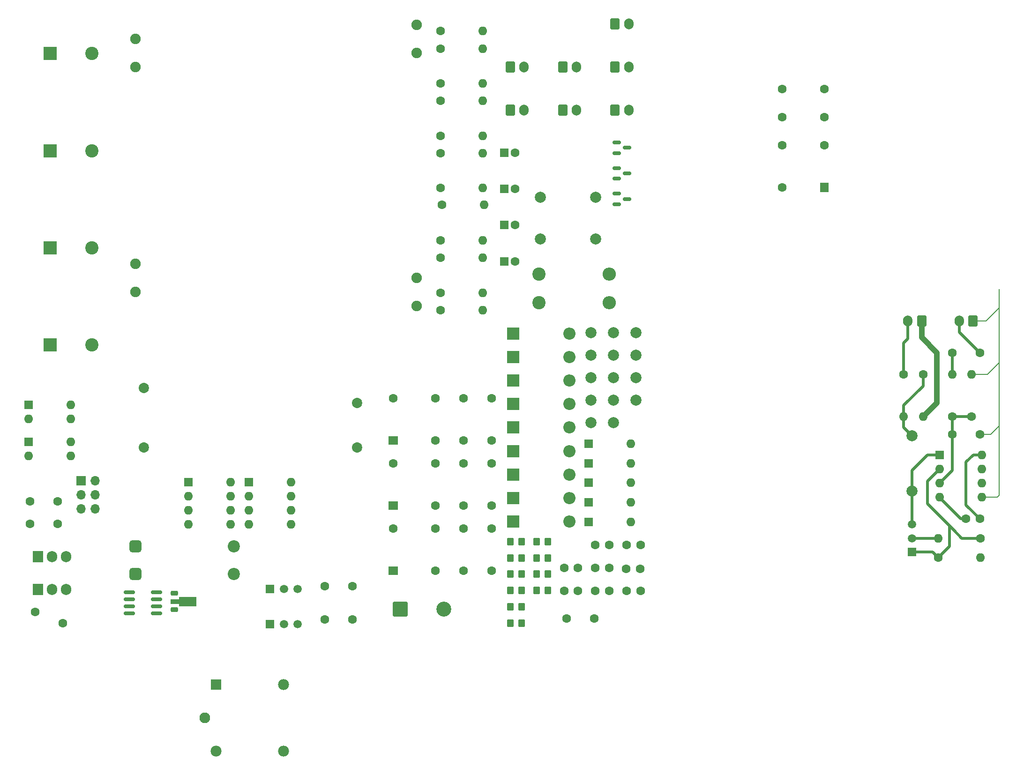
<source format=gtl>
%TF.GenerationSoftware,KiCad,Pcbnew,8.0.5*%
%TF.CreationDate,2024-09-22T13:44:18+02:00*%
%TF.ProjectId,gain_box,6761696e-5f62-46f7-982e-6b696361645f,rev?*%
%TF.SameCoordinates,Original*%
%TF.FileFunction,Copper,L1,Top*%
%TF.FilePolarity,Positive*%
%FSLAX46Y46*%
G04 Gerber Fmt 4.6, Leading zero omitted, Abs format (unit mm)*
G04 Created by KiCad (PCBNEW 8.0.5) date 2024-09-22 13:44:18*
%MOMM*%
%LPD*%
G01*
G04 APERTURE LIST*
G04 Aperture macros list*
%AMRoundRect*
0 Rectangle with rounded corners*
0 $1 Rounding radius*
0 $2 $3 $4 $5 $6 $7 $8 $9 X,Y pos of 4 corners*
0 Add a 4 corners polygon primitive as box body*
4,1,4,$2,$3,$4,$5,$6,$7,$8,$9,$2,$3,0*
0 Add four circle primitives for the rounded corners*
1,1,$1+$1,$2,$3*
1,1,$1+$1,$4,$5*
1,1,$1+$1,$6,$7*
1,1,$1+$1,$8,$9*
0 Add four rect primitives between the rounded corners*
20,1,$1+$1,$2,$3,$4,$5,0*
20,1,$1+$1,$4,$5,$6,$7,0*
20,1,$1+$1,$6,$7,$8,$9,0*
20,1,$1+$1,$8,$9,$2,$3,0*%
%AMFreePoly0*
4,1,9,3.862500,-0.866500,0.737500,-0.866500,0.737500,-0.450000,-0.737500,-0.450000,-0.737500,0.450000,0.737500,0.450000,0.737500,0.866500,3.862500,0.866500,3.862500,-0.866500,3.862500,-0.866500,$1*%
G04 Aperture macros list end*
%TA.AperFunction,ComponentPad*%
%ADD10R,1.600000X1.600000*%
%TD*%
%TA.AperFunction,ComponentPad*%
%ADD11O,1.600000X1.600000*%
%TD*%
%TA.AperFunction,ComponentPad*%
%ADD12C,1.600000*%
%TD*%
%TA.AperFunction,ComponentPad*%
%ADD13C,2.400000*%
%TD*%
%TA.AperFunction,ComponentPad*%
%ADD14O,2.400000X2.400000*%
%TD*%
%TA.AperFunction,SMDPad,CuDef*%
%ADD15RoundRect,0.250000X-0.350000X-0.450000X0.350000X-0.450000X0.350000X0.450000X-0.350000X0.450000X0*%
%TD*%
%TA.AperFunction,ComponentPad*%
%ADD16RoundRect,0.250000X-0.600000X-0.750000X0.600000X-0.750000X0.600000X0.750000X-0.600000X0.750000X0*%
%TD*%
%TA.AperFunction,ComponentPad*%
%ADD17O,1.700000X2.000000*%
%TD*%
%TA.AperFunction,ComponentPad*%
%ADD18R,2.200000X2.200000*%
%TD*%
%TA.AperFunction,ComponentPad*%
%ADD19O,2.200000X2.200000*%
%TD*%
%TA.AperFunction,ComponentPad*%
%ADD20RoundRect,0.250001X-1.099999X-1.099999X1.099999X-1.099999X1.099999X1.099999X-1.099999X1.099999X0*%
%TD*%
%TA.AperFunction,ComponentPad*%
%ADD21C,2.700000*%
%TD*%
%TA.AperFunction,ComponentPad*%
%ADD22R,1.508000X1.508000*%
%TD*%
%TA.AperFunction,ComponentPad*%
%ADD23C,1.508000*%
%TD*%
%TA.AperFunction,ComponentPad*%
%ADD24RoundRect,0.550000X-0.550000X-0.550000X0.550000X-0.550000X0.550000X0.550000X-0.550000X0.550000X0*%
%TD*%
%TA.AperFunction,ComponentPad*%
%ADD25C,2.200000*%
%TD*%
%TA.AperFunction,SMDPad,CuDef*%
%ADD26C,2.000000*%
%TD*%
%TA.AperFunction,ComponentPad*%
%ADD27R,1.600000X1.800000*%
%TD*%
%TA.AperFunction,ComponentPad*%
%ADD28C,2.000000*%
%TD*%
%TA.AperFunction,ComponentPad*%
%ADD29R,2.400000X2.400000*%
%TD*%
%TA.AperFunction,SMDPad,CuDef*%
%ADD30RoundRect,0.150000X-0.587500X-0.150000X0.587500X-0.150000X0.587500X0.150000X-0.587500X0.150000X0*%
%TD*%
%TA.AperFunction,ComponentPad*%
%ADD31R,1.980000X1.980000*%
%TD*%
%TA.AperFunction,ComponentPad*%
%ADD32C,1.980000*%
%TD*%
%TA.AperFunction,ComponentPad*%
%ADD33C,1.935000*%
%TD*%
%TA.AperFunction,ComponentPad*%
%ADD34R,1.905000X2.000000*%
%TD*%
%TA.AperFunction,ComponentPad*%
%ADD35O,1.905000X2.000000*%
%TD*%
%TA.AperFunction,ComponentPad*%
%ADD36C,1.905000*%
%TD*%
%TA.AperFunction,ComponentPad*%
%ADD37RoundRect,0.250000X0.600000X0.750000X-0.600000X0.750000X-0.600000X-0.750000X0.600000X-0.750000X0*%
%TD*%
%TA.AperFunction,SMDPad,CuDef*%
%ADD38RoundRect,0.225000X-0.425000X-0.225000X0.425000X-0.225000X0.425000X0.225000X-0.425000X0.225000X0*%
%TD*%
%TA.AperFunction,SMDPad,CuDef*%
%ADD39FreePoly0,0.000000*%
%TD*%
%TA.AperFunction,ComponentPad*%
%ADD40R,1.700000X1.700000*%
%TD*%
%TA.AperFunction,ComponentPad*%
%ADD41O,1.700000X1.700000*%
%TD*%
%TA.AperFunction,SMDPad,CuDef*%
%ADD42RoundRect,0.150000X-0.825000X-0.150000X0.825000X-0.150000X0.825000X0.150000X-0.825000X0.150000X0*%
%TD*%
%TA.AperFunction,ComponentPad*%
%ADD43C,1.860000*%
%TD*%
%TA.AperFunction,ComponentPad*%
%ADD44R,1.800000X1.600000*%
%TD*%
%TA.AperFunction,Conductor*%
%ADD45C,0.500000*%
%TD*%
%TA.AperFunction,Conductor*%
%ADD46C,0.200000*%
%TD*%
%TA.AperFunction,Conductor*%
%ADD47C,1.000000*%
%TD*%
G04 APERTURE END LIST*
D10*
%TO.P,U2,1*%
%TO.N,Net-(C8-Pad1)*%
X80450000Y-123980000D03*
D11*
%TO.P,U2,2,-*%
%TO.N,Net-(U2A--)*%
X80450000Y-126520000D03*
%TO.P,U2,3,+*%
%TO.N,Net-(U2A-+)*%
X80450000Y-129060000D03*
%TO.P,U2,4,V-*%
%TO.N,AV-*%
X80450000Y-131600000D03*
%TO.P,U2,5,+*%
%TO.N,AGND*%
X88070000Y-131600000D03*
%TO.P,U2,6,-*%
%TO.N,Net-(U2B--)*%
X88070000Y-129060000D03*
%TO.P,U2,7*%
X88070000Y-126520000D03*
%TO.P,U2,8,V+*%
%TO.N,AV+*%
X88070000Y-123980000D03*
%TD*%
D10*
%TO.P,D1,1,K*%
%TO.N,+12V*%
X152700000Y-116980000D03*
D11*
%TO.P,D1,2,A*%
%TO.N,UNMUTE_G*%
X160320000Y-116980000D03*
%TD*%
D12*
%TO.P,C1,1*%
%TO.N,IN_FL*%
X223400000Y-100580000D03*
%TO.P,C1,2*%
%TO.N,Net-(C1-Pad2)*%
X218400000Y-100580000D03*
%TD*%
D13*
%TO.P,R17,1*%
%TO.N,Net-(D10-A)*%
X143700000Y-91510000D03*
D14*
%TO.P,R17,2*%
%TO.N,Net-(D12-A)*%
X156400000Y-91510000D03*
%TD*%
D15*
%TO.P,R26,1*%
%TO.N,GND*%
X138590000Y-149430000D03*
%TO.P,R26,2*%
%TO.N,TGO2*%
X140590000Y-149430000D03*
%TD*%
D12*
%TO.P,R8,1*%
%TO.N,Net-(U2A-+)*%
X126000000Y-61360000D03*
D11*
%TO.P,R8,2*%
%TO.N,AGND*%
X133620000Y-61360000D03*
%TD*%
D15*
%TO.P,R21,1*%
%TO.N,EXTTRIG*%
X138590000Y-143530000D03*
%TO.P,R21,2*%
%TO.N,+5V*%
X140590000Y-143530000D03*
%TD*%
D12*
%TO.P,R3,1*%
%TO.N,Net-(U3A-+)*%
X126000000Y-45610000D03*
D11*
%TO.P,R3,2*%
%TO.N,Net-(C3-Pad2)*%
X133620000Y-45610000D03*
%TD*%
D16*
%TO.P,J7,1,Pin_1*%
%TO.N,AGND*%
X157470000Y-41110000D03*
D17*
%TO.P,J7,2,Pin_2*%
%TO.N,Net-(J7-Pin_2)*%
X159970000Y-41110000D03*
%TD*%
D18*
%TO.P,D6,1,K*%
%TO.N,+12V*%
X139090000Y-97080000D03*
D19*
%TO.P,D6,2,A*%
%TO.N,+5V*%
X149250000Y-97080000D03*
%TD*%
D15*
%TO.P,R29,1*%
%TO.N,UNMUTE*%
X143340000Y-140580000D03*
%TO.P,R29,2*%
%TO.N,GND*%
X145340000Y-140580000D03*
%TD*%
D20*
%TO.P,J11,1,Pin_1*%
%TO.N,AC_N*%
X118645000Y-146860000D03*
D21*
%TO.P,J11,2,Pin_2*%
%TO.N,Net-(J11-Pin_2)*%
X126565000Y-146860000D03*
%TD*%
D22*
%TO.P,RV1,1,1*%
%TO.N,Net-(U1A--)*%
X211150000Y-136580000D03*
D23*
%TO.P,RV1,2,2*%
%TO.N,Net-(C7-Pad1)*%
X211150000Y-134080000D03*
%TO.P,RV1,3,3*%
X211150000Y-131580000D03*
%TD*%
D12*
%TO.P,R15,1*%
%TO.N,Net-(C9-Pad2)*%
X126000000Y-83410000D03*
D11*
%TO.P,R15,2*%
%TO.N,AGND*%
X133620000Y-83410000D03*
%TD*%
D24*
%TO.P,F1,1*%
%TO.N,Net-(J11-Pin_2)*%
X70820000Y-135530000D03*
X70820000Y-140530000D03*
D25*
%TO.P,F1,2*%
%TO.N,AC_L*%
X88620000Y-135530000D03*
X88620000Y-140530000D03*
%TD*%
D12*
%TO.P,C6,1*%
%TO.N,AGND*%
X51830000Y-131460000D03*
%TO.P,C6,2*%
%TO.N,Net-(U3A-+)*%
X56830000Y-131460000D03*
%TD*%
%TO.P,R7,1*%
%TO.N,Net-(U1A-+)*%
X221900000Y-112140000D03*
D11*
%TO.P,R7,2*%
%TO.N,AGND*%
X221900000Y-104520000D03*
%TD*%
D26*
%TO.P,TP2,1,1*%
%TO.N,AGND*%
X153150000Y-101030000D03*
%TD*%
%TO.P,TP13,1,1*%
%TO.N,UNMUTE_G*%
X161250000Y-105080000D03*
%TD*%
D12*
%TO.P,K1,11*%
%TO.N,AGND*%
X195320000Y-63090000D03*
%TO.P,K1,12*%
%TO.N,OUT_FL*%
X195320000Y-58010000D03*
%TO.P,K1,14*%
%TO.N,unconnected-(K1-Pad14)*%
X195320000Y-52930000D03*
%TO.P,K1,21*%
%TO.N,AGND*%
X187700000Y-63090000D03*
%TO.P,K1,22*%
%TO.N,OUT_FL*%
X187700000Y-58010000D03*
%TO.P,K1,24*%
%TO.N,unconnected-(K1-Pad24)*%
X187700000Y-52930000D03*
D27*
%TO.P,K1,A1*%
%TO.N,+12V*%
X195320000Y-70710000D03*
D12*
%TO.P,K1,A2*%
%TO.N,UNMUTE_G*%
X187700000Y-70710000D03*
%TD*%
%TO.P,R13,1*%
%TO.N,Net-(C7-Pad2)*%
X213150000Y-104520000D03*
D11*
%TO.P,R13,2*%
%TO.N,AGND*%
X213150000Y-112140000D03*
%TD*%
D18*
%TO.P,D14,1,K*%
%TO.N,AGND*%
X139090000Y-131080000D03*
D19*
%TO.P,D14,2,A*%
%TO.N,AV-*%
X149250000Y-131080000D03*
%TD*%
D12*
%TO.P,R6,1*%
%TO.N,OUT_FR*%
X126000000Y-55060000D03*
D11*
%TO.P,R6,2*%
%TO.N,Net-(C9-Pad2)*%
X133620000Y-55060000D03*
%TD*%
D26*
%TO.P,TP8,1,1*%
%TO.N,AC_PULSE*%
X157200000Y-105080000D03*
%TD*%
%TO.P,TP6,1,1*%
%TO.N,GND*%
X157200000Y-96980000D03*
%TD*%
D12*
%TO.P,C18,1*%
%TO.N,AGND*%
X159590000Y-143580000D03*
%TO.P,C18,2*%
%TO.N,AV-*%
X162090000Y-143580000D03*
%TD*%
D16*
%TO.P,J5,1,Pin_1*%
%TO.N,AGND*%
X148020000Y-48910000D03*
D17*
%TO.P,J5,2,Pin_2*%
%TO.N,OUT_CEN*%
X150520000Y-48910000D03*
%TD*%
D26*
%TO.P,TP9,1,1*%
%TO.N,AC_EN*%
X157200000Y-109130000D03*
%TD*%
D10*
%TO.P,C25,1*%
%TO.N,AGND*%
X137459775Y-70960000D03*
D12*
%TO.P,C25,2*%
%TO.N,AV-*%
X139459775Y-70960000D03*
%TD*%
D26*
%TO.P,TP1,1,1*%
%TO.N,AV+*%
X153150000Y-96980000D03*
%TD*%
D28*
%TO.P,C9,1*%
%TO.N,Net-(C9-Pad1)*%
X144000000Y-80010000D03*
%TO.P,C9,2*%
%TO.N,Net-(C9-Pad2)*%
X154000000Y-80010000D03*
%TD*%
D12*
%TO.P,C12,1*%
%TO.N,AV-*%
X148290000Y-143580000D03*
%TO.P,C12,2*%
%TO.N,AV+*%
X150790000Y-143580000D03*
%TD*%
%TO.P,R14,1*%
%TO.N,Net-(C8-Pad2)*%
X126000000Y-80260000D03*
D11*
%TO.P,R14,2*%
%TO.N,AGND*%
X133620000Y-80260000D03*
%TD*%
D10*
%TO.P,U1,1*%
%TO.N,Net-(C7-Pad1)*%
X216100000Y-119030000D03*
D11*
%TO.P,U1,2,-*%
%TO.N,Net-(U1A--)*%
X216100000Y-121570000D03*
%TO.P,U1,3,+*%
%TO.N,Net-(U1A-+)*%
X216100000Y-124110000D03*
%TO.P,U1,4,V-*%
%TO.N,AV-*%
X216100000Y-126650000D03*
%TO.P,U1,5,+*%
%TO.N,AGND*%
X223720000Y-126650000D03*
%TO.P,U1,6,-*%
%TO.N,Net-(U1B--)*%
X223720000Y-124110000D03*
%TO.P,U1,7*%
X223720000Y-121570000D03*
%TO.P,U1,8,V+*%
%TO.N,AV+*%
X223720000Y-119030000D03*
%TD*%
D12*
%TO.P,R1,1*%
%TO.N,Net-(U1A-+)*%
X218400000Y-112140000D03*
D11*
%TO.P,R1,2*%
%TO.N,Net-(C1-Pad2)*%
X218400000Y-104520000D03*
%TD*%
D29*
%TO.P,C21,1*%
%TO.N,AGND*%
X55454491Y-64060000D03*
D13*
%TO.P,C21,2*%
%TO.N,Net-(D10-A)*%
X62954491Y-64060000D03*
%TD*%
D26*
%TO.P,TP4,1,1*%
%TO.N,+12V*%
X153150000Y-109130000D03*
%TD*%
D10*
%TO.P,D2,1,K*%
%TO.N,+12V*%
X152700000Y-120530000D03*
D11*
%TO.P,D2,2,A*%
%TO.N,UNMUTE_G*%
X160320000Y-120530000D03*
%TD*%
D12*
%TO.P,C17,1*%
%TO.N,AV+*%
X159530000Y-139580000D03*
%TO.P,C17,2*%
%TO.N,AGND*%
X162030000Y-139580000D03*
%TD*%
D10*
%TO.P,C26,1*%
%TO.N,+12V*%
X137459775Y-77510000D03*
D12*
%TO.P,C26,2*%
%TO.N,GND*%
X139459775Y-77510000D03*
%TD*%
D10*
%TO.P,U10,1*%
%TO.N,Net-(R19-Pad2)*%
X51580000Y-116710000D03*
D11*
%TO.P,U10,2*%
%TO.N,AGND*%
X51580000Y-119250000D03*
%TO.P,U10,3*%
%TO.N,GND*%
X59200000Y-119250000D03*
%TO.P,U10,4*%
%TO.N,EXTTRIG*%
X59200000Y-116710000D03*
%TD*%
D12*
%TO.P,R12,1*%
%TO.N,Net-(U3A--)*%
X126210000Y-73800000D03*
D11*
%TO.P,R12,2*%
%TO.N,AGND*%
X133830000Y-73800000D03*
%TD*%
D12*
%TO.P,C16,1*%
%TO.N,AGND*%
X159590000Y-135280000D03*
%TO.P,C16,2*%
%TO.N,Net-(D12-A)*%
X162090000Y-135280000D03*
%TD*%
D26*
%TO.P,TP3,1,1*%
%TO.N,AV-*%
X153150000Y-105080000D03*
%TD*%
D16*
%TO.P,J8,1,Pin_1*%
%TO.N,GND*%
X157470000Y-48910000D03*
D17*
%TO.P,J8,2,Pin_2*%
%TO.N,TGO1*%
X159970000Y-48910000D03*
%TD*%
D26*
%TO.P,TP10,1,1*%
%TO.N,UNMUTE*%
X157200000Y-113180000D03*
%TD*%
D12*
%TO.P,R5,1*%
%TO.N,OUT_CEN*%
X126000000Y-51910000D03*
D11*
%TO.P,R5,2*%
%TO.N,Net-(C8-Pad2)*%
X133620000Y-51910000D03*
%TD*%
D12*
%TO.P,C11,1*%
%TO.N,AV-*%
X148290000Y-139430000D03*
%TO.P,C11,2*%
%TO.N,AV+*%
X150790000Y-139430000D03*
%TD*%
D30*
%TO.P,Q3,1,G*%
%TO.N,TRIG*%
X157782500Y-71835000D03*
%TO.P,Q3,2,S*%
%TO.N,GND*%
X157782500Y-73735000D03*
%TO.P,Q3,3,D*%
%TO.N,TRIG_G*%
X159657500Y-72785000D03*
%TD*%
D18*
%TO.P,D11,1,K*%
%TO.N,Net-(D11-K)*%
X139090000Y-118330000D03*
D19*
%TO.P,D11,2,A*%
%TO.N,AV+*%
X149250000Y-118330000D03*
%TD*%
D31*
%TO.P,K4,A1*%
%TO.N,AC_EN_G*%
X85390000Y-160545000D03*
D32*
%TO.P,K4,A2*%
%TO.N,+12V*%
X85390000Y-172545000D03*
D33*
%TO.P,K4,COM*%
%TO.N,AC_L*%
X83390000Y-166545000D03*
D32*
%TO.P,K4,NC*%
%TO.N,unconnected-(K4-PadNC)*%
X97590000Y-160545000D03*
%TO.P,K4,NO*%
%TO.N,AC_L_SW*%
X97590000Y-172545000D03*
%TD*%
D12*
%TO.P,R4,1*%
%TO.N,OUT_FL*%
X209650000Y-104520000D03*
D11*
%TO.P,R4,2*%
%TO.N,Net-(C7-Pad2)*%
X209650000Y-112140000D03*
%TD*%
D34*
%TO.P,U4,1,VI*%
%TO.N,Net-(D11-K)*%
X53190000Y-137410000D03*
D35*
%TO.P,U4,2,GND*%
%TO.N,AGND*%
X55730000Y-137410000D03*
%TO.P,U4,3,VO*%
%TO.N,AV+*%
X58270000Y-137410000D03*
%TD*%
D15*
%TO.P,R18,1*%
%TO.N,AC_SENSE*%
X138590000Y-134680000D03*
%TO.P,R18,2*%
%TO.N,Net-(R18-Pad2)*%
X140590000Y-134680000D03*
%TD*%
D12*
%TO.P,R24,1*%
%TO.N,Net-(U3A--)*%
X126000000Y-92860000D03*
D11*
%TO.P,R24,2*%
%TO.N,Net-(C9-Pad1)*%
X133620000Y-92860000D03*
%TD*%
D15*
%TO.P,R27,1*%
%TO.N,+5V*%
X143340000Y-134680000D03*
%TO.P,R27,2*%
%TO.N,UPDI*%
X145340000Y-134680000D03*
%TD*%
D36*
%TO.P,T1,3*%
%TO.N,AC_N*%
X70850000Y-43825000D03*
%TO.P,T1,4*%
%TO.N,Net-(T1-Pad4)*%
X70850000Y-48905000D03*
%TO.P,T1,5*%
X70850000Y-84465000D03*
%TO.P,T1,6*%
%TO.N,AC_L_SW*%
X70850000Y-89545000D03*
%TO.P,T1,11*%
%TO.N,AC_SENSE*%
X121650000Y-92085000D03*
%TO.P,T1,12*%
%TO.N,AGND*%
X121650000Y-87005000D03*
%TO.P,T1,13*%
X121650000Y-46365000D03*
%TO.P,T1,14*%
%TO.N,Net-(D10-K)*%
X121650000Y-41285000D03*
%TD*%
D16*
%TO.P,J2,1,Pin_1*%
%TO.N,AGND*%
X138570000Y-48910000D03*
D17*
%TO.P,J2,2,Pin_2*%
%TO.N,IN_CEN*%
X141070000Y-48910000D03*
%TD*%
D22*
%TO.P,RV2,1,1*%
%TO.N,Net-(U2A--)*%
X95165000Y-143230000D03*
D23*
%TO.P,RV2,2,2*%
%TO.N,Net-(C8-Pad1)*%
X97665000Y-143230000D03*
%TO.P,RV2,3,3*%
X100165000Y-143230000D03*
%TD*%
D10*
%TO.P,D5,1,K*%
%TO.N,+12V*%
X152700000Y-131180000D03*
D11*
%TO.P,D5,2,A*%
%TO.N,TRIG_G*%
X160320000Y-131180000D03*
%TD*%
D28*
%TO.P,C7,1*%
%TO.N,Net-(C7-Pad1)*%
X211150000Y-125580000D03*
%TO.P,C7,2*%
%TO.N,Net-(C7-Pad2)*%
X211150000Y-115580000D03*
%TD*%
D15*
%TO.P,R20,1*%
%TO.N,AC_PULSE*%
X138590000Y-140580000D03*
%TO.P,R20,2*%
%TO.N,+5V*%
X140590000Y-140580000D03*
%TD*%
D37*
%TO.P,J4,1,Pin_1*%
%TO.N,AGND*%
X212900000Y-94830000D03*
D17*
%TO.P,J4,2,Pin_2*%
%TO.N,OUT_FL*%
X210400000Y-94830000D03*
%TD*%
D10*
%TO.P,D4,1,K*%
%TO.N,+12V*%
X152700000Y-127630000D03*
D11*
%TO.P,D4,2,A*%
%TO.N,AC_EN_G*%
X160320000Y-127630000D03*
%TD*%
D16*
%TO.P,J9,1,Pin_1*%
%TO.N,GND*%
X157470000Y-56710000D03*
D17*
%TO.P,J9,2,Pin_2*%
%TO.N,TGO2*%
X159970000Y-56710000D03*
%TD*%
D28*
%TO.P,C8,1*%
%TO.N,Net-(C8-Pad1)*%
X144000000Y-72460000D03*
%TO.P,C8,2*%
%TO.N,Net-(C8-Pad2)*%
X154000000Y-72460000D03*
%TD*%
D26*
%TO.P,TP11,1,1*%
%TO.N,TRIG*%
X161250000Y-96980000D03*
%TD*%
D38*
%TO.P,U6,1,OUT*%
%TO.N,+5V*%
X77850000Y-144005000D03*
D39*
%TO.P,U6,2,GND*%
%TO.N,GND*%
X77937500Y-145505000D03*
D38*
%TO.P,U6,3,IN*%
%TO.N,+12V*%
X77850000Y-147005000D03*
%TD*%
D29*
%TO.P,C20,1*%
%TO.N,Net-(D7-K)*%
X55454491Y-46510000D03*
D13*
%TO.P,C20,2*%
%TO.N,AGND*%
X62954491Y-46510000D03*
%TD*%
D10*
%TO.P,D3,1,K*%
%TO.N,+12V*%
X152700000Y-124080000D03*
D11*
%TO.P,D3,2,A*%
%TO.N,UNMUTE_G*%
X160320000Y-124080000D03*
%TD*%
D12*
%TO.P,R9,1*%
%TO.N,Net-(U3A-+)*%
X126000000Y-64510000D03*
D11*
%TO.P,R9,2*%
%TO.N,AGND*%
X133620000Y-64510000D03*
%TD*%
D15*
%TO.P,R30,1*%
%TO.N,TRIG*%
X143340000Y-143530000D03*
%TO.P,R30,2*%
%TO.N,GND*%
X145340000Y-143530000D03*
%TD*%
D18*
%TO.P,D13,1,K*%
%TO.N,AV+*%
X139090000Y-126830000D03*
D19*
%TO.P,D13,2,A*%
%TO.N,AGND*%
X149250000Y-126830000D03*
%TD*%
D18*
%TO.P,D9,1,K*%
%TO.N,Net-(D7-K)*%
X139090000Y-109830000D03*
D19*
%TO.P,D9,2,A*%
%TO.N,Net-(D10-K)*%
X149250000Y-109830000D03*
%TD*%
D12*
%TO.P,C3,1*%
%TO.N,IN_FR*%
X105080000Y-148780000D03*
%TO.P,C3,2*%
%TO.N,Net-(C3-Pad2)*%
X110080000Y-148780000D03*
%TD*%
D29*
%TO.P,C22,1*%
%TO.N,Net-(D11-K)*%
X55454491Y-81610000D03*
D13*
%TO.P,C22,2*%
%TO.N,AGND*%
X62954491Y-81610000D03*
%TD*%
D10*
%TO.P,U9,1*%
%TO.N,Net-(R18-Pad2)*%
X51580000Y-110010000D03*
D11*
%TO.P,U9,2*%
%TO.N,AGND*%
X51580000Y-112550000D03*
%TO.P,U9,3*%
%TO.N,GND*%
X59200000Y-112550000D03*
%TO.P,U9,4*%
%TO.N,AC_PULSE*%
X59200000Y-110010000D03*
%TD*%
D26*
%TO.P,TP7,1,1*%
%TO.N,EXTTRIG*%
X157200000Y-101030000D03*
%TD*%
D13*
%TO.P,R16,1*%
%TO.N,Net-(D7-K)*%
X143700000Y-86360000D03*
D14*
%TO.P,R16,2*%
%TO.N,Net-(D11-K)*%
X156400000Y-86360000D03*
%TD*%
D18*
%TO.P,D7,1,K*%
%TO.N,Net-(D7-K)*%
X139090000Y-101330000D03*
D19*
%TO.P,D7,2,A*%
%TO.N,AC_SENSE*%
X149250000Y-101330000D03*
%TD*%
D18*
%TO.P,D8,1,K*%
%TO.N,AC_SENSE*%
X139090000Y-105580000D03*
D19*
%TO.P,D8,2,A*%
%TO.N,Net-(D10-A)*%
X149250000Y-105580000D03*
%TD*%
D12*
%TO.P,C10,1*%
%TO.N,AV-*%
X220900000Y-130580000D03*
%TO.P,C10,2*%
%TO.N,AV+*%
X223400000Y-130580000D03*
%TD*%
D40*
%TO.P,J10,1,DATA*%
%TO.N,UPDI*%
X61030000Y-123660000D03*
D41*
%TO.P,J10,2,VCC*%
%TO.N,+5V*%
X63570000Y-123660000D03*
%TO.P,J10,3,NC*%
%TO.N,unconnected-(J10-NC-Pad3)*%
X61030000Y-126200000D03*
%TO.P,J10,4,NC*%
%TO.N,unconnected-(J10-NC-Pad4)*%
X63570000Y-126200000D03*
%TO.P,J10,5,NC*%
%TO.N,unconnected-(J10-NC-Pad5)*%
X61030000Y-128740000D03*
%TO.P,J10,6,GND*%
%TO.N,GND*%
X63570000Y-128740000D03*
%TD*%
D42*
%TO.P,U7,1,VCC*%
%TO.N,+5V*%
X69725000Y-143855000D03*
%TO.P,U7,2,PA6*%
%TO.N,UNMUTE*%
X69725000Y-145125000D03*
%TO.P,U7,3,PA7*%
%TO.N,TRIG*%
X69725000Y-146395000D03*
%TO.P,U7,4,PA1*%
%TO.N,EXTTRIG*%
X69725000Y-147665000D03*
%TO.P,U7,5,PA2*%
%TO.N,AC_PULSE*%
X74675000Y-147665000D03*
%TO.P,U7,6,~{RESET}/PA0*%
%TO.N,UPDI*%
X74675000Y-146395000D03*
%TO.P,U7,7,PA3*%
%TO.N,AC_EN*%
X74675000Y-145125000D03*
%TO.P,U7,8,GND*%
%TO.N,GND*%
X74675000Y-143855000D03*
%TD*%
D15*
%TO.P,R25,1*%
%TO.N,GND*%
X138590000Y-146480000D03*
%TO.P,R25,2*%
%TO.N,TGO1*%
X140590000Y-146480000D03*
%TD*%
D12*
%TO.P,C19,1*%
%TO.N,+12V*%
X148740000Y-148630000D03*
%TO.P,C19,2*%
%TO.N,GND*%
X153740000Y-148630000D03*
%TD*%
D10*
%TO.P,U3,1*%
%TO.N,Net-(C9-Pad1)*%
X91300000Y-123980000D03*
D11*
%TO.P,U3,2,-*%
%TO.N,Net-(U3A--)*%
X91300000Y-126520000D03*
%TO.P,U3,3,+*%
%TO.N,Net-(U3A-+)*%
X91300000Y-129060000D03*
%TO.P,U3,4,V-*%
%TO.N,AV-*%
X91300000Y-131600000D03*
%TO.P,U3,5,+*%
%TO.N,AGND*%
X98920000Y-131600000D03*
%TO.P,U3,6,-*%
%TO.N,Net-(U3B--)*%
X98920000Y-129060000D03*
%TO.P,U3,7*%
X98920000Y-126520000D03*
%TO.P,U3,8,V+*%
%TO.N,AV+*%
X98920000Y-123980000D03*
%TD*%
D30*
%TO.P,Q2,1,G*%
%TO.N,UNMUTE*%
X157782500Y-67210000D03*
%TO.P,Q2,2,S*%
%TO.N,GND*%
X157782500Y-69110000D03*
%TO.P,Q2,3,D*%
%TO.N,UNMUTE_G*%
X159657500Y-68160000D03*
%TD*%
D12*
%TO.P,RV4,1*%
%TO.N,AC_L*%
X52730000Y-147380000D03*
%TO.P,RV4,2*%
%TO.N,AC_N*%
X57730000Y-149480000D03*
%TD*%
D18*
%TO.P,D12,1,K*%
%TO.N,AV-*%
X139090000Y-122580000D03*
D19*
%TO.P,D12,2,A*%
%TO.N,Net-(D12-A)*%
X149250000Y-122580000D03*
%TD*%
D16*
%TO.P,J3,1,Pin_1*%
%TO.N,AGND*%
X138570000Y-56710000D03*
D17*
%TO.P,J3,2,Pin_2*%
%TO.N,IN_FR*%
X141070000Y-56710000D03*
%TD*%
D22*
%TO.P,RV3,1,1*%
%TO.N,Net-(U3A--)*%
X95165000Y-149610000D03*
D23*
%TO.P,RV3,2,2*%
%TO.N,Net-(C9-Pad1)*%
X97665000Y-149610000D03*
%TO.P,RV3,3,3*%
X100165000Y-149610000D03*
%TD*%
D29*
%TO.P,C23,1*%
%TO.N,AGND*%
X55454491Y-99160000D03*
D13*
%TO.P,C23,2*%
%TO.N,Net-(D12-A)*%
X62954491Y-99160000D03*
%TD*%
D12*
%TO.P,C2,1*%
%TO.N,IN_CEN*%
X105080000Y-142730000D03*
%TO.P,C2,2*%
%TO.N,Net-(C2-Pad2)*%
X110080000Y-142730000D03*
%TD*%
D43*
%TO.P,PS1,+V,+V*%
%TO.N,+12V*%
X110850000Y-109680000D03*
%TO.P,PS1,-V,-V*%
%TO.N,GND*%
X110850000Y-117680000D03*
%TO.P,PS1,AC_L,AC/L*%
%TO.N,AC_L*%
X72350000Y-117680000D03*
%TO.P,PS1,AC_N,AC/N*%
%TO.N,AC_N*%
X72350000Y-106930000D03*
%TD*%
D12*
%TO.P,R11,1*%
%TO.N,Net-(U2A--)*%
X126000000Y-70810000D03*
D11*
%TO.P,R11,2*%
%TO.N,AGND*%
X133620000Y-70810000D03*
%TD*%
D37*
%TO.P,J1,1,Pin_1*%
%TO.N,AGND*%
X222150000Y-94830000D03*
D17*
%TO.P,J1,2,Pin_2*%
%TO.N,IN_FL*%
X219650000Y-94830000D03*
%TD*%
D18*
%TO.P,D10,1,K*%
%TO.N,Net-(D10-K)*%
X139090000Y-114080000D03*
D19*
%TO.P,D10,2,A*%
%TO.N,Net-(D10-A)*%
X149250000Y-114080000D03*
%TD*%
D26*
%TO.P,TP5,1,1*%
%TO.N,+5V*%
X153150000Y-113180000D03*
%TD*%
D12*
%TO.P,C5,1*%
%TO.N,AGND*%
X51830000Y-127410000D03*
%TO.P,C5,2*%
%TO.N,Net-(U2A-+)*%
X56830000Y-127410000D03*
%TD*%
%TO.P,C13,1*%
%TO.N,+5V*%
X153940000Y-135280000D03*
%TO.P,C13,2*%
%TO.N,GND*%
X156440000Y-135280000D03*
%TD*%
%TO.P,R10,1*%
%TO.N,Net-(U1A--)*%
X215840000Y-137580000D03*
D11*
%TO.P,R10,2*%
%TO.N,AGND*%
X223460000Y-137580000D03*
%TD*%
D16*
%TO.P,J6,1,Pin_1*%
%TO.N,AGND*%
X148020000Y-56710000D03*
D17*
%TO.P,J6,2,Pin_2*%
%TO.N,OUT_FR*%
X150520000Y-56710000D03*
%TD*%
D12*
%TO.P,K2,11*%
%TO.N,AGND*%
X125025000Y-116385000D03*
%TO.P,K2,12*%
%TO.N,OUT_CEN*%
X130105000Y-116385000D03*
%TO.P,K2,14*%
%TO.N,unconnected-(K2-Pad14)*%
X135185000Y-116385000D03*
%TO.P,K2,21*%
%TO.N,AGND*%
X125025000Y-108765000D03*
%TO.P,K2,22*%
%TO.N,OUT_CEN*%
X130105000Y-108765000D03*
%TO.P,K2,24*%
%TO.N,unconnected-(K2-Pad24)*%
X135185000Y-108765000D03*
D44*
%TO.P,K2,A1*%
%TO.N,+12V*%
X117405000Y-116385000D03*
D12*
%TO.P,K2,A2*%
%TO.N,UNMUTE_G*%
X117405000Y-108765000D03*
%TD*%
D15*
%TO.P,R19,1*%
%TO.N,Net-(J7-Pin_2)*%
X138590000Y-137630000D03*
%TO.P,R19,2*%
%TO.N,Net-(R19-Pad2)*%
X140590000Y-137630000D03*
%TD*%
D12*
%TO.P,K3,11*%
%TO.N,AGND*%
X125025000Y-128180000D03*
%TO.P,K3,12*%
%TO.N,OUT_FR*%
X130105000Y-128180000D03*
%TO.P,K3,14*%
%TO.N,unconnected-(K3-Pad14)*%
X135185000Y-128180000D03*
%TO.P,K3,21*%
%TO.N,AGND*%
X125025000Y-120560000D03*
%TO.P,K3,22*%
%TO.N,OUT_FR*%
X130105000Y-120560000D03*
%TO.P,K3,24*%
%TO.N,unconnected-(K3-Pad24)*%
X135185000Y-120560000D03*
D44*
%TO.P,K3,A1*%
%TO.N,+12V*%
X117405000Y-128180000D03*
D12*
%TO.P,K3,A2*%
%TO.N,UNMUTE_G*%
X117405000Y-120560000D03*
%TD*%
%TO.P,C15,1*%
%TO.N,Net-(D11-K)*%
X153940000Y-143580000D03*
%TO.P,C15,2*%
%TO.N,AGND*%
X156440000Y-143580000D03*
%TD*%
%TO.P,R22,1*%
%TO.N,Net-(U1A--)*%
X223460000Y-134080000D03*
D11*
%TO.P,R22,2*%
%TO.N,Net-(C7-Pad1)*%
X215840000Y-134080000D03*
%TD*%
D34*
%TO.P,U5,1,GND*%
%TO.N,AGND*%
X53190000Y-143370000D03*
D35*
%TO.P,U5,2,VI*%
%TO.N,Net-(D12-A)*%
X55730000Y-143370000D03*
%TO.P,U5,3,VO*%
%TO.N,AV-*%
X58270000Y-143370000D03*
%TD*%
D15*
%TO.P,R28,1*%
%TO.N,AC_EN*%
X143340000Y-137630000D03*
%TO.P,R28,2*%
%TO.N,GND*%
X145340000Y-137630000D03*
%TD*%
D10*
%TO.P,C27,1*%
%TO.N,+12V*%
X137459775Y-84060000D03*
D12*
%TO.P,C27,2*%
%TO.N,GND*%
X139459775Y-84060000D03*
%TD*%
D10*
%TO.P,C24,1*%
%TO.N,AV+*%
X137459775Y-64410000D03*
D12*
%TO.P,C24,2*%
%TO.N,AGND*%
X139459775Y-64410000D03*
%TD*%
%TO.P,R2,1*%
%TO.N,Net-(U2A-+)*%
X126000000Y-42460000D03*
D11*
%TO.P,R2,2*%
%TO.N,Net-(C2-Pad2)*%
X133620000Y-42460000D03*
%TD*%
D26*
%TO.P,TP12,1,1*%
%TO.N,AC_EN_G*%
X161250000Y-101030000D03*
%TD*%
D12*
%TO.P,R23,1*%
%TO.N,Net-(U2A--)*%
X126000000Y-89710000D03*
D11*
%TO.P,R23,2*%
%TO.N,Net-(C8-Pad1)*%
X133620000Y-89710000D03*
%TD*%
D12*
%TO.P,C14,1*%
%TO.N,+5V*%
X153940000Y-139430000D03*
%TO.P,C14,2*%
%TO.N,GND*%
X156440000Y-139430000D03*
%TD*%
%TO.P,C4,1*%
%TO.N,AGND*%
X223400000Y-115330000D03*
%TO.P,C4,2*%
%TO.N,Net-(U1A-+)*%
X218400000Y-115330000D03*
%TD*%
D30*
%TO.P,Q1,1,G*%
%TO.N,AC_EN*%
X157782500Y-62585000D03*
%TO.P,Q1,2,S*%
%TO.N,GND*%
X157782500Y-64485000D03*
%TO.P,Q1,3,D*%
%TO.N,AC_EN_G*%
X159657500Y-63535000D03*
%TD*%
D12*
%TO.P,K5,11*%
%TO.N,+12V*%
X125025000Y-139975000D03*
%TO.P,K5,12*%
%TO.N,unconnected-(K5-Pad12)*%
X130105000Y-139975000D03*
%TO.P,K5,14*%
%TO.N,TGO2*%
X135185000Y-139975000D03*
%TO.P,K5,21*%
%TO.N,+12V*%
X125025000Y-132355000D03*
%TO.P,K5,22*%
%TO.N,unconnected-(K5-Pad22)*%
X130105000Y-132355000D03*
%TO.P,K5,24*%
%TO.N,TGO1*%
X135185000Y-132355000D03*
D44*
%TO.P,K5,A1*%
%TO.N,TRIG_G*%
X117405000Y-139975000D03*
D12*
%TO.P,K5,A2*%
%TO.N,+12V*%
X117405000Y-132355000D03*
%TD*%
D26*
%TO.P,TP14,1,1*%
%TO.N,TRIG_G*%
X161250000Y-109130000D03*
%TD*%
D45*
%TO.N,Net-(C1-Pad2)*%
X218400000Y-100580000D02*
X218400000Y-104270000D01*
%TO.N,IN_FL*%
X219650000Y-96830000D02*
X223400000Y-100580000D01*
X219650000Y-94830000D02*
X219650000Y-96830000D01*
%TO.N,AV+*%
X220900000Y-120330000D02*
X220900000Y-128080000D01*
X223720000Y-119030000D02*
X222200000Y-119030000D01*
X222200000Y-119030000D02*
X220900000Y-120330000D01*
X220900000Y-128080000D02*
X223400000Y-130580000D01*
%TO.N,AV-*%
X219900000Y-130580000D02*
X216100000Y-126780000D01*
X216100000Y-126780000D02*
X216100000Y-126650000D01*
X220900000Y-130580000D02*
X219900000Y-130580000D01*
%TO.N,OUT_FL*%
X210400000Y-98080000D02*
X209650000Y-98830000D01*
X210400000Y-94830000D02*
X210400000Y-98080000D01*
X209650000Y-98830000D02*
X209650000Y-104520000D01*
D46*
%TO.N,Net-(C7-Pad2)*%
X209900000Y-112390000D02*
X209650000Y-112140000D01*
D45*
X211150000Y-115580000D02*
X209650000Y-114080000D01*
X209650000Y-110080000D02*
X209650000Y-112140000D01*
X209650000Y-114080000D02*
X209650000Y-112140000D01*
X213150000Y-104520000D02*
X213150000Y-106580000D01*
X213150000Y-106580000D02*
X209650000Y-110080000D01*
%TO.N,Net-(U1A-+)*%
X218400000Y-115330000D02*
X218400000Y-112140000D01*
D46*
X222400000Y-112080000D02*
X222340000Y-112140000D01*
D45*
X218400000Y-112140000D02*
X221900000Y-112140000D01*
D46*
X222650000Y-112080000D02*
X222400000Y-112080000D01*
D45*
X218400000Y-115330000D02*
X218400000Y-121810000D01*
X218400000Y-121810000D02*
X216100000Y-124110000D01*
%TO.N,Net-(U1A--)*%
X218650000Y-132580000D02*
X220150000Y-134080000D01*
X215840000Y-137580000D02*
X217900000Y-135520000D01*
X216100000Y-121570000D02*
X213900000Y-123770000D01*
X220150000Y-134080000D02*
X223460000Y-134080000D01*
X211150000Y-136580000D02*
X214840000Y-136580000D01*
X217900000Y-135520000D02*
X217900000Y-131830000D01*
X214840000Y-136580000D02*
X215840000Y-137580000D01*
X213900000Y-123770000D02*
X213900000Y-127830000D01*
X217900000Y-131830000D02*
X218650000Y-132580000D01*
X213900000Y-127830000D02*
X218650000Y-132580000D01*
%TO.N,Net-(C7-Pad1)*%
X215840000Y-134080000D02*
X211150000Y-134080000D01*
X211150000Y-125580000D02*
X211150000Y-131580000D01*
X213950000Y-119030000D02*
X216100000Y-119030000D01*
X211150000Y-121830000D02*
X213950000Y-119030000D01*
X211150000Y-125580000D02*
X211150000Y-121830000D01*
D47*
%TO.N,AGND*%
X215650000Y-100580000D02*
X212900000Y-97830000D01*
D46*
X224525000Y-94830000D02*
X226900000Y-92455000D01*
X226900000Y-126330000D02*
X226580000Y-126650000D01*
X226580000Y-126650000D02*
X224470000Y-126650000D01*
X226900000Y-89080000D02*
X226900000Y-91330000D01*
D47*
X215650000Y-109640000D02*
X215650000Y-100580000D01*
D46*
X222650000Y-104460000D02*
X224770000Y-104460000D01*
X223400000Y-115330000D02*
X225400000Y-115330000D01*
X226900000Y-102330000D02*
X226900000Y-126330000D01*
X226900000Y-91330000D02*
X226900000Y-102330000D01*
X224770000Y-104460000D02*
X226900000Y-102330000D01*
X226900000Y-113830000D02*
X226900000Y-112830000D01*
X225400000Y-115330000D02*
X226900000Y-113830000D01*
D47*
X213150000Y-112140000D02*
X215650000Y-109640000D01*
X212900000Y-97830000D02*
X212900000Y-94830000D01*
D46*
X226900000Y-92455000D02*
X226900000Y-91330000D01*
X222150000Y-94830000D02*
X224525000Y-94830000D01*
%TD*%
M02*

</source>
